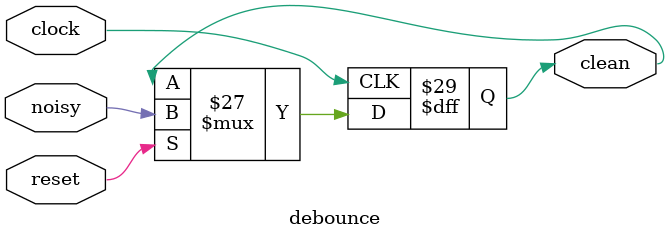
<source format=v>
`default_nettype none
`timescale 1ns / 1ps

module s6atlys(
  // Global clock
  input  wire        CLK_100M,
  
  // onboard HDMI OUT
  //output wire        HDMIOUTCLKP,
  //output wire        HDMIOUTCLKN,
  //output wire        HDMIOUTD0P,
  //output wire        HDMIOUTD0N,
  //output wire        HDMIOUTD1P,
  //output wire        HDMIOUTD1N,
  //output wire        HDMIOUTD2P,
  //output wire        HDMIOUTD2N,
  //output wire        HDMIOUTSCL,
  //output wire        HDMIOUTSDA,
  
  // LEDs
  output wire  [7:0] LED,
  
  // Switches
  input  wire  [7:0] SW,
  
  // Buttons
  input  wire  [5:0] BTN,
  
  // PMOD Connector
  inout  wire  [7:0] JB
);

  //
  // Initialize outputs -- remove these when they're actually used
  //
  
  // Audio output
  //assign AUD_L = 0;
  //assign AUD_R = 0;
  
  // VGA output
  //assign VGA_R = 0;
  //assign VGA_G = 0;
  //assign VGA_B = 0;
  //assign VGA_HSYNC = 0;
  //assign VGA_VSYNC = 0;
  
  //
  // Clocks (GameBoy clock runs at ~4.194304 MHz)
  // 
  // FPGABoy runs at 33.5 MHz, mostly to simplify the video controller.
  //  Certain cycle sensitive modules, such as the CPU and Timer are
  //  internally clocked down to the GameBoy's normal speed.
  //
  
  // Core Clock: 33.5 MHz (33.3333 MHz)
  wire coreclk, core_clock;
  DCM_SP core_clock_dcm (.CLKIN(CLK_100M), .CLKFX(coreclk), .RST(1'b0));
  defparam core_clock_dcm.CLKFX_DIVIDE = 6;
  defparam core_clock_dcm.CLKFX_MULTIPLY = 2;
  defparam core_clock_dcm.CLK_FEEDBACK = "NONE";
  BUFG core_clock_buf (.I(coreclk), .O(core_clock));
  
  // TODO: HDMI Clocks
  //  No idea what these look like yet.
  
  // TODO: Debug Clock 
  //  The clock should mux between the core clock and a switch based 
  //  debug clock to allow a simple method of stepping through instructions.
  
  // Game Clock
  wire clock;
  assign clock = core_clock;
  
  // Joypad Clock: 1 KHz
  wire pulse_1khz;
  reg  clock_1khz;
  divider#(.DELAY(33333)) div_1ms (
    .reset(reset_init),
    .clock(core_clock),
    .enable(pulse_1khz)
  );
  
  // Initial Reset
  wire reset_init, reset;
  SRL16 reset_sr(.D(1'b0), .CLK(CLK_100M), .Q(reset_init),
                 .A0(1'b1), .A1(1'b1), .A2(1'b1), .A3(1'b1));
  defparam reset_sr.INIT = 16'hFFFF;
  
  // Power Button
  wire reset_sync;
  debounce debounce_reset_sync(reset_init, core_clock, !SW[7], reset_sync);
  assign reset = (reset_init || reset_sync);
  
  //
  // GameBoy
  //
  
  wire [15:0] A;
  wire [7:0] Di;
  wire [7:0] Do;
  wire wr_n, rd_n, cs_n;
  
  wire [15:0] A_video;
  wire [7:0] Di_video;
  wire [7:0] Do_video;
  wire wr_video_n, rd_video_n, cs_video_n;
  
  wire [1:0] pixel_data;
  wire pixel_clock;
  wire pixel_latch;
  wire hsync, vsync;
  
  wire [3:0] joypad_data;
  wire [1:0] joypad_sel;
  
  wire audio_left, audio_right;
  
  gameboy gameboy (
    .clock(clock),
    .reset(reset),
    .reset_init(reset_init),
    .A(A),
    .Di(Di),
    .Do(Do),
    .wr_n(wr_n),
    .rd_n(rd_n),
    .cs_n(cs_n),
    .A_video(A_video),
    .Di_video(Di_video),
    .Do_video(Do_video),
    .wr_video_n(wr_video_n),
    .rd_video_n(rd_video_n),
    .cs_video_n(cs_video_n),
    .pixel_data(pixel_data),
    .pixel_clock(pixel_clock),
    .pixel_latch(pixel_latch),
    .hsync(hsync),
    .vsync(vsync),
    .joypad_data(joypad_data),
    .joypad_sel(joypad_sel),
    .audio_left(audio_left),
    .audio_right(audio_right),
    // debug output
    .dbg_led(LED)
  );
  
  // Joypad Adapter
  joypad_snes_adapter joypad_adapter(
    .clock(clock_1khz),
    .reset(reset),
    .button_sel(joypad_sel),
    .button_data(joypad_data),
    .controller_data(JB[0]),
    .controller_clock(JB[1]),
    .controller_latch(JB[2])
  );
  
  // drive divider clocks
  always @(posedge core_clock)
  begin
    if (reset_init)
    begin
      clock_1khz <= 1'b0;
    end
    else if (pulse_1khz)
    begin
      clock_1khz <= !clock_1khz;
    end
  end
  
  assign Di = 8'b0;
  assign Di_video = 8'b0;
  assign joypad_data = 4'b0;
  
endmodule
  
////////////////////////////////////////////////////////////////////////////////
//
// 6.111 FPGA Labkit -- Debounce/Synchronize module
//
//
// Use your system clock for the clock input to produce a synchronous,
// debounced output
//
////////////////////////////////////////////////////////////////////////////////

module debounce (reset, clock, noisy, clean);
  parameter DELAY = 1000000;   // .01 sec with a 100Mhz clock
  input reset, clock, noisy;
  output clean;
  
  reg [18:0] count;
  reg new, clean;
  
  always @(posedge clock)
    if (reset)
    begin
      count <= 0;
      new <= noisy;
      clean <= noisy;
    end
    else if (noisy != new)
    begin
      new <= noisy;
      count <= 0;
    end
    else if (count == DELAY)
      clean <= new;
    else
      count <= count+1;

endmodule

</source>
